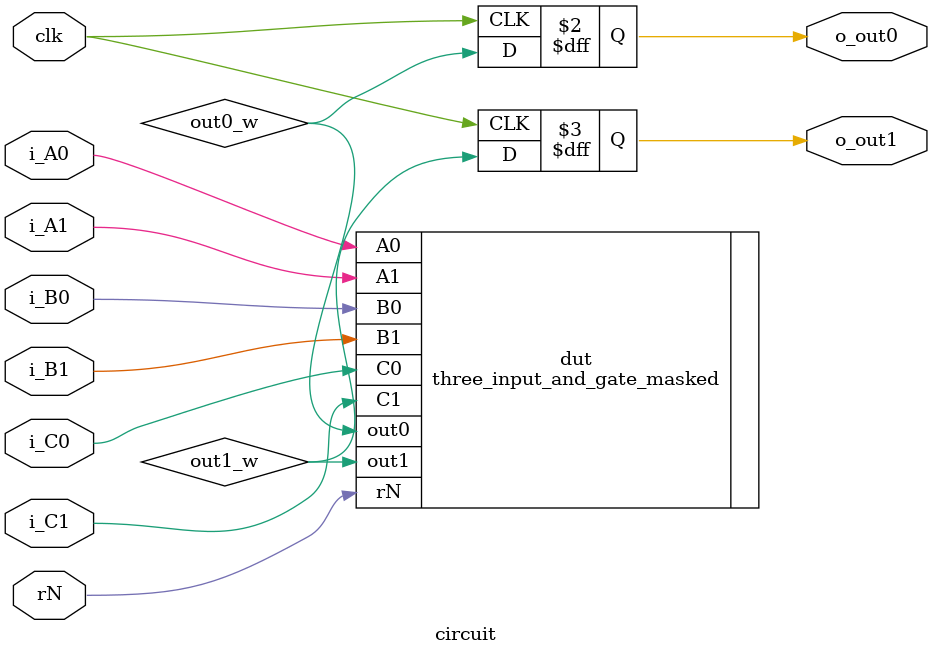
<source format=v>
module circuit (
    input  wire clk,

    input  wire i_A0,
    input  wire i_A1,
    input  wire i_B0,
    input  wire i_B1,
    input  wire i_C0,
    input  wire i_C1,
    input  wire rN,

    output reg  o_out0,
    output reg  o_out1
);

    wire out0_w, out1_w;

    three_input_and_gate_masked dut (
        .A0(i_A0),
        .A1(i_A1),
        .B0(i_B0),
        .B1(i_B1),
        .C0(i_C0),
        .C1(i_C1),
        .rN(rN),
        .out0(out0_w),
        .out1(out1_w)
    );

    // Register outputs (required for PROLEAD)
    always @(posedge clk) begin
        o_out0 <= out0_w;
        o_out1 <= out1_w;
    end

endmodule

</source>
